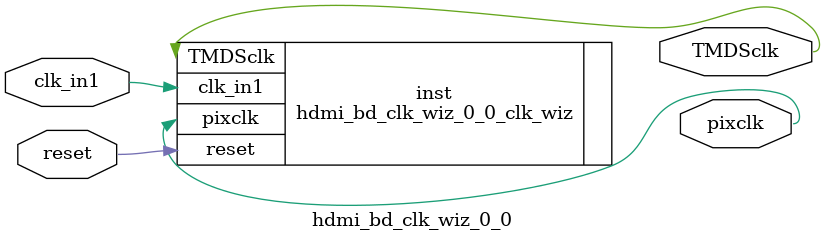
<source format=v>


`timescale 1ps/1ps

(* CORE_GENERATION_INFO = "hdmi_bd_clk_wiz_0_0,clk_wiz_v6_0_4_0_0,{component_name=hdmi_bd_clk_wiz_0_0,use_phase_alignment=true,use_min_o_jitter=false,use_max_i_jitter=false,use_dyn_phase_shift=false,use_inclk_switchover=false,use_dyn_reconfig=false,enable_axi=0,feedback_source=FDBK_AUTO,PRIMITIVE=MMCM,num_out_clk=2,clkin1_period=8.0,clkin2_period=10.0,use_power_down=false,use_reset=true,use_locked=false,use_inclk_stopped=false,feedback_type=SINGLE,CLOCK_MGR_TYPE=NA,manual_override=false}" *)

module hdmi_bd_clk_wiz_0_0 
 (
  // Clock out ports
  output        TMDSclk,
  output        pixclk,
  // Status and control signals
  input         reset,
 // Clock in ports
  input         clk_in1
 );

  hdmi_bd_clk_wiz_0_0_clk_wiz inst
  (
  // Clock out ports  
  .TMDSclk(TMDSclk),
  .pixclk(pixclk),
  // Status and control signals               
  .reset(reset), 
 // Clock in ports
  .clk_in1(clk_in1)
  );

endmodule

</source>
